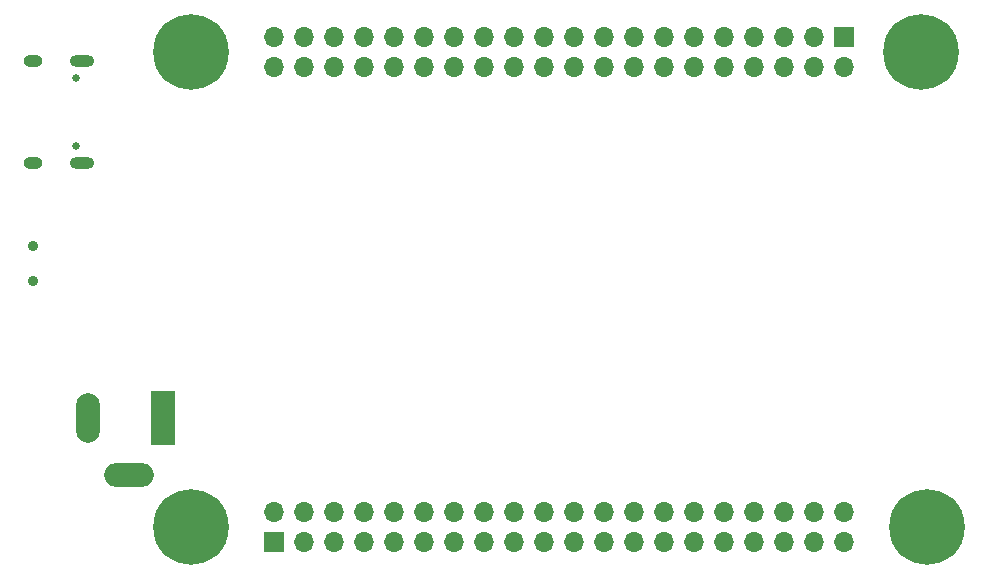
<source format=gbr>
%TF.GenerationSoftware,KiCad,Pcbnew,8.0.5*%
%TF.CreationDate,2024-10-15T23:52:28+04:00*%
%TF.ProjectId,AuroraF4,4175726f-7261-4463-942e-6b696361645f,v1.0.1*%
%TF.SameCoordinates,Original*%
%TF.FileFunction,Soldermask,Bot*%
%TF.FilePolarity,Negative*%
%FSLAX46Y46*%
G04 Gerber Fmt 4.6, Leading zero omitted, Abs format (unit mm)*
G04 Created by KiCad (PCBNEW 8.0.5) date 2024-10-15 23:52:28*
%MOMM*%
%LPD*%
G01*
G04 APERTURE LIST*
%ADD10C,0.900000*%
%ADD11R,2.000000X4.600000*%
%ADD12O,2.000000X4.200000*%
%ADD13O,4.200000X2.000000*%
%ADD14C,0.800000*%
%ADD15C,6.400000*%
%ADD16R,1.700000X1.700000*%
%ADD17O,1.700000X1.700000*%
%ADD18C,0.650000*%
%ADD19O,2.100000X1.000000*%
%ADD20O,1.600000X1.000000*%
G04 APERTURE END LIST*
D10*
%TO.C,BOOT1*%
X100240000Y-95150000D03*
X100240000Y-98150000D03*
%TD*%
D11*
%TO.C,POWER*%
X111220000Y-109760000D03*
D12*
X104920000Y-109760000D03*
D13*
X108320000Y-114560000D03*
%TD*%
D14*
%TO.C,H4*%
X116020000Y-119015000D03*
X115317056Y-120712056D03*
X115317056Y-117317944D03*
X113620000Y-121415000D03*
D15*
X113620000Y-119015000D03*
D14*
X113620000Y-116615000D03*
X111922944Y-120712056D03*
X111922944Y-117317944D03*
X111220000Y-119015000D03*
%TD*%
D16*
%TO.C,J9*%
X168920000Y-77457056D03*
D17*
X168920000Y-79997056D03*
X166380000Y-77457056D03*
X166380000Y-79997056D03*
X163840000Y-77457056D03*
X163840000Y-79997056D03*
X161300000Y-77457056D03*
X161300000Y-79997056D03*
X158760000Y-77457056D03*
X158760000Y-79997056D03*
X156220000Y-77457056D03*
X156220000Y-79997056D03*
X153680000Y-77457056D03*
X153680000Y-79997056D03*
X151140000Y-77457056D03*
X151140000Y-79997056D03*
X148600000Y-77457056D03*
X148600000Y-79997056D03*
X146060000Y-77457056D03*
X146060000Y-79997056D03*
X143520000Y-77457056D03*
X143520000Y-79997056D03*
X140980000Y-77457056D03*
X140980000Y-79997056D03*
X138440000Y-77457056D03*
X138440000Y-79997056D03*
X135900000Y-77457056D03*
X135900000Y-79997056D03*
X133360000Y-77457056D03*
X133360000Y-79997056D03*
X130820000Y-77457056D03*
X130820000Y-79997056D03*
X128280000Y-77457056D03*
X128280000Y-79997056D03*
X125740000Y-77457056D03*
X125740000Y-79997056D03*
X123200000Y-77457056D03*
X123200000Y-79997056D03*
X120660000Y-77457056D03*
X120660000Y-79997056D03*
%TD*%
D16*
%TO.C,J7*%
X120670000Y-120290000D03*
D17*
X120670000Y-117750000D03*
X123210000Y-120290000D03*
X123210000Y-117750000D03*
X125750000Y-120290000D03*
X125750000Y-117750000D03*
X128290000Y-120290000D03*
X128290000Y-117750000D03*
X130830000Y-120290000D03*
X130830000Y-117750000D03*
X133370000Y-120290000D03*
X133370000Y-117750000D03*
X135910000Y-120290000D03*
X135910000Y-117750000D03*
X138450000Y-120290000D03*
X138450000Y-117750000D03*
X140990000Y-120290000D03*
X140990000Y-117750000D03*
X143530000Y-120290000D03*
X143530000Y-117750000D03*
X146070000Y-120290000D03*
X146070000Y-117750000D03*
X148610000Y-120290000D03*
X148610000Y-117750000D03*
X151150000Y-120290000D03*
X151150000Y-117750000D03*
X153690000Y-120290000D03*
X153690000Y-117750000D03*
X156230000Y-120290000D03*
X156230000Y-117750000D03*
X158770000Y-120290000D03*
X158770000Y-117750000D03*
X161310000Y-120290000D03*
X161310000Y-117750000D03*
X163850000Y-120290000D03*
X163850000Y-117750000D03*
X166390000Y-120290000D03*
X166390000Y-117750000D03*
X168930000Y-120290000D03*
X168930000Y-117750000D03*
%TD*%
D14*
%TO.C,H2*%
X173000000Y-78732056D03*
X173702944Y-77035000D03*
X173702944Y-80429112D03*
X175400000Y-76332056D03*
D15*
X175400000Y-78732056D03*
D14*
X175400000Y-81132056D03*
X177097056Y-77035000D03*
X177097056Y-80429112D03*
X177800000Y-78732056D03*
%TD*%
%TO.C,H1*%
X111220000Y-78732056D03*
X111922944Y-77035000D03*
X111922944Y-80429112D03*
X113620000Y-76332056D03*
D15*
X113620000Y-78732056D03*
D14*
X113620000Y-81132056D03*
X115317056Y-77035000D03*
X115317056Y-80429112D03*
X116020000Y-78732056D03*
%TD*%
%TO.C,H3*%
X178300000Y-119000000D03*
X177597056Y-120697056D03*
X177597056Y-117302944D03*
X175900000Y-121400000D03*
D15*
X175900000Y-119000000D03*
D14*
X175900000Y-116600000D03*
X174202944Y-120697056D03*
X174202944Y-117302944D03*
X173500000Y-119000000D03*
%TD*%
D18*
%TO.C,J5*%
X103902500Y-80965000D03*
X103902500Y-86745000D03*
D19*
X104402500Y-79535000D03*
D20*
X100222500Y-79535000D03*
D19*
X104402500Y-88175000D03*
D20*
X100222500Y-88175000D03*
%TD*%
M02*

</source>
